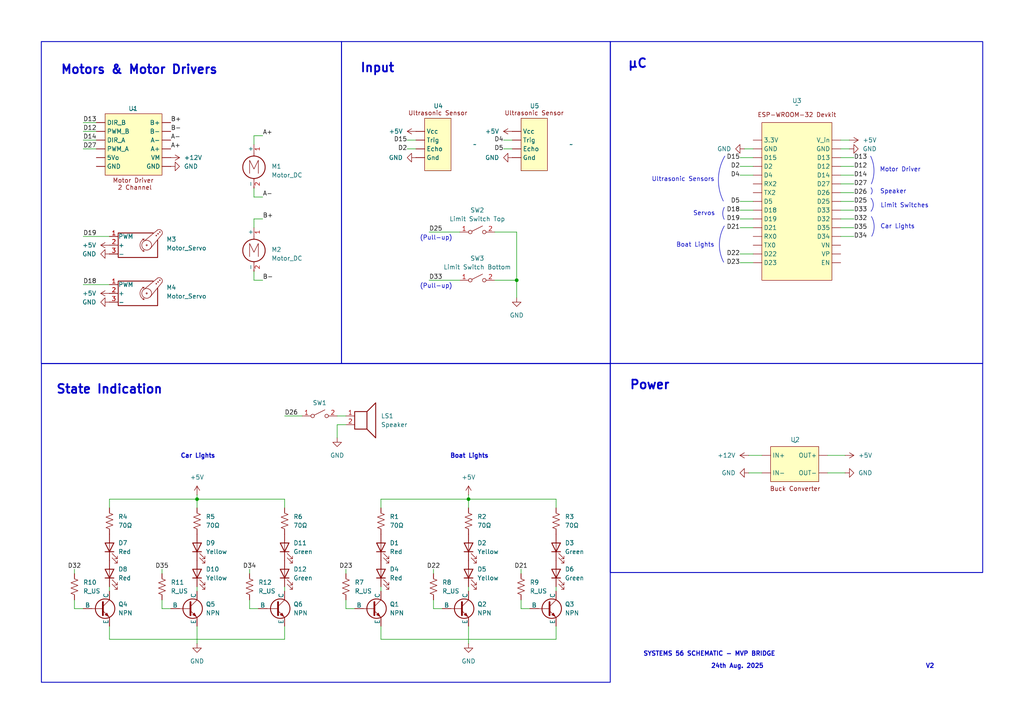
<source format=kicad_sch>
(kicad_sch (version 20250114) (generator "eeschema") (generator_version "9.0")
  (paper "A4")
  (lib_symbols
    (symbol "Custom_KiCadLibrary:BuckConverter"
      (property "Reference" "U" (at -5.334 6.35 0))
      (symbol "BuckConverter_1_1"
        (rectangle (start -6.35 5.08) (end 7.62 -5.08) (fill (type background)))
        (text "Buck Converter" (at 0.762 -7.112 0) (effects (font (size 1.27 1.27))))
        (pin power_in line (at -8.89 2.54 0) (length 2.54) (name "IN+") (number ""))
        (pin power_in line (at -8.89 -2.54 0) (length 2.54) (name "IN-") (number ""))
        (pin power_out line (at 10.16 2.54 180) (length 2.54) (name "OUT+") (number ""))
        (pin power_out line (at 10.16 -2.54 180) (length 2.54) (name "OUT-") (number ""))
      )
    )
    (symbol "Custom_KiCadLibrary:ESP-WROOM-32-Devkit"
      (property "Reference" "U1" (at 0 27.686 0))
      (property "Value" "~" (at 0 27.94 0))
      (symbol "ESP-WROOM-32-Devkit_1_1"
        (rectangle (start -10.16 22.86) (end 10.16 -22.86) (fill (type background)))
        (text "ESP-WROOM-32 Devkit" (at 0 25.146 0) (effects (font (size 1.27 1.27))))
        (pin power_in line (at -12.7 17.78 0) (length 2.54) (name "3.3V") (number ""))
        (pin power_in line (at -12.7 15.24 0) (length 2.54) (name "GND") (number ""))
        (pin output line (at -12.7 12.7 0) (length 2.54) (name "D15") (number ""))
        (pin output line (at -12.7 10.16 0) (length 2.54) (name "D2") (number ""))
        (pin output line (at -12.7 7.62 0) (length 2.54) (name "D4") (number ""))
        (pin input line (at -12.7 5.08 0) (length 2.54) (name "RX2") (number ""))
        (pin output line (at -12.7 2.54 0) (length 2.54) (name "TX2") (number ""))
        (pin output line (at -12.7 0 0) (length 2.54) (name "D5") (number ""))
        (pin output line (at -12.7 -2.54 0) (length 2.54) (name "D18") (number ""))
        (pin output line (at -12.7 -5.08 0) (length 2.54) (name "D19") (number ""))
        (pin output line (at -12.7 -7.62 0) (length 2.54) (name "D21") (number ""))
        (pin input line (at -12.7 -10.16 0) (length 2.54) (name "RX0") (number ""))
        (pin output line (at -12.7 -12.7 0) (length 2.54) (name "TX0") (number ""))
        (pin output line (at -12.7 -15.24 0) (length 2.54) (name "D22") (number ""))
        (pin output line (at -12.7 -17.78 0) (length 2.54) (name "D23") (number ""))
        (pin power_in line (at 12.7 17.78 180) (length 2.54) (name "V_in") (number ""))
        (pin power_in line (at 12.7 15.24 180) (length 2.54) (name "GND") (number ""))
        (pin output line (at 12.7 12.7 180) (length 2.54) (name "D13") (number ""))
        (pin output line (at 12.7 10.16 180) (length 2.54) (name "D12") (number ""))
        (pin output line (at 12.7 7.62 180) (length 2.54) (name "D14") (number ""))
        (pin output line (at 12.7 5.08 180) (length 2.54) (name "D27") (number ""))
        (pin output line (at 12.7 2.54 180) (length 2.54) (name "D26") (number ""))
        (pin output line (at 12.7 0 180) (length 2.54) (name "D25") (number ""))
        (pin output line (at 12.7 -2.54 180) (length 2.54) (name "D33") (number ""))
        (pin output line (at 12.7 -5.08 180) (length 2.54) (name "D32") (number ""))
        (pin output line (at 12.7 -7.62 180) (length 2.54) (name "D35") (number ""))
        (pin output line (at 12.7 -10.16 180) (length 2.54) (name "D34") (number ""))
        (pin input line (at 12.7 -12.7 180) (length 2.54) (name "VN") (number ""))
        (pin input line (at 12.7 -15.24 180) (length 2.54) (name "VP") (number ""))
        (pin input line (at 12.7 -17.78 180) (length 2.54) (name "EN") (number ""))
      )
    )
    (symbol "Custom_KiCadLibrary:Makerverse_Motor_Driver_2_Channel"
      (property "Reference" "U" (at -9.398 11.176 0))
      (symbol "Makerverse_Motor_Driver_2_Channel_1_1"
        (rectangle (start -10.16 10.16) (end 6.35 -7.62) (fill (type background)))
        (text "Motor Driver \n2 Channel" (at -1.524 -10.16 0) (effects (font (size 1.27 1.27))))
        (pin input line (at -12.7 7.62 0) (length 2.54) (name "DIR_B") (number ""))
        (pin input line (at -12.7 5.08 0) (length 2.54) (name "PWM_B") (number ""))
        (pin input line (at -12.7 2.54 0) (length 2.54) (name "DIR_A") (number ""))
        (pin input line (at -12.7 0 0) (length 2.54) (name "PWM_A") (number ""))
        (pin power_out line (at -12.7 -2.54 0) (length 2.54) (name "5Vo") (number ""))
        (pin power_out line (at -12.7 -5.08 0) (length 2.54) (name "GND") (number ""))
        (pin power_out line (at 8.89 7.62 180) (length 2.54) (name "B+") (number ""))
        (pin power_out line (at 8.89 5.08 180) (length 2.54) (name "B-") (number ""))
        (pin power_out line (at 8.89 2.54 180) (length 2.54) (name "A-") (number ""))
        (pin power_out line (at 8.89 0 180) (length 2.54) (name "A+") (number ""))
        (pin power_in line (at 8.89 -2.54 180) (length 2.54) (name "VM") (number ""))
        (pin power_in line (at 8.89 -5.08 180) (length 2.54) (name "GND") (number ""))
      )
    )
    (symbol "Custom_KiCadLibrary:Ultrasonic"
      (property "Reference" "U" (at 0 11.176 0))
      (symbol "Ultrasonic_1_1"
        (rectangle (start 3.81 7.6199) (end -3.81 -7.6199) (fill (type background)))
        (text "Ultrasonic Sensor" (at 0 9.144 0) (effects (font (size 1.27 1.27))))
        (pin power_in line (at -6.35 3.81 0) (length 2.54) (name "Vcc") (number ""))
        (pin input line (at -6.35 1.27 0) (length 2.54) (name "Trig") (number ""))
        (pin output line (at -6.35 -1.27 0) (length 2.54) (name "Echo") (number ""))
        (pin power_in line (at -6.35 -3.81 0) (length 2.54) (name "Gnd") (number ""))
      )
    )
    (symbol "Device:LED" (pin_numbers (hide yes)) (pin_names (offset 1.016) (hide yes))
      (property "Reference" "D" (at 0 2.54 0))
      (property "Value" "LED" (at 0 -2.54 0))
      (symbol "LED_0_1"
        (polyline (pts (xy -3.048 -0.762) (xy -4.572 -2.286) (xy -3.81 -2.286) (xy -4.572 -2.286) (xy -4.572 -1.524)))
        (polyline (pts (xy -1.778 -0.762) (xy -3.302 -2.286) (xy -2.54 -2.286) (xy -3.302 -2.286) (xy -3.302 -1.524)))
        (polyline (pts (xy -1.27 0) (xy 1.27 0)))
        (polyline (pts (xy -1.27 -1.27) (xy -1.27 1.27)) (stroke (width 0.254)))
        (polyline (pts (xy 1.27 -1.27) (xy 1.27 1.27) (xy -1.27 0) (xy 1.27 -1.27)) (stroke (width 0.254)))
      )
      (symbol "LED_1_1"
        (pin passive line (at -3.81 0 0) (length 2.54) (name "K") (number "1"))
        (pin passive line (at 3.81 0 180) (length 2.54) (name "A") (number "2"))
      )
    )
    (symbol "Device:R_US" (pin_numbers (hide yes)) (pin_names (offset 0))
      (property "Reference" "R" (at 2.54 0 90))
      (property "Value" "R_US" (at -2.54 0 90))
      (symbol "R_US_0_1"
        (polyline (pts (xy 0 2.286) (xy 0 2.54)))
        (polyline (pts (xy 0 2.286) (xy 1.016 1.905) (xy 0 1.524) (xy -1.016 1.143) (xy 0 0.762)))
        (polyline (pts (xy 0 0.762) (xy 1.016 0.381) (xy 0 0) (xy -1.016 -0.381) (xy 0 -0.762)))
        (polyline (pts (xy 0 -0.762) (xy 1.016 -1.143) (xy 0 -1.524) (xy -1.016 -1.905) (xy 0 -2.286)))
        (polyline (pts (xy 0 -2.286) (xy 0 -2.54)))
      )
      (symbol "R_US_1_1"
        (pin passive line (at 0 3.81 270) (length 1.27) (name "~") (number "1"))
        (pin passive line (at 0 -3.81 90) (length 1.27) (name "~") (number "2"))
      )
    )
    (symbol "Device:Speaker" (pin_names (offset 0) (hide yes))
      (property "Reference" "LS" (at 1.27 5.715 0))
      (property "Value" "Speaker" (at 1.27 3.81 0))
      (symbol "Speaker_0_0"
        (rectangle (start -2.54 1.27) (end 1.016 -3.81) (stroke (width 0.254)))
        (polyline (pts (xy 1.016 1.27) (xy 3.556 3.81) (xy 3.556 -6.35) (xy 1.016 -3.81)) (stroke (width 0.254)))
      )
      (symbol "Speaker_1_1"
        (pin input line (at -5.08 0 0) (length 2.54) (name "1") (number "1"))
        (pin input line (at -5.08 -2.54 0) (length 2.54) (name "2") (number "2"))
      )
    )
    (symbol "Motor:Motor_DC" (pin_names (offset 0))
      (property "Reference" "M" (at 2.54 2.54 0))
      (property "Value" "Motor_DC" (at 2.54 -5.08 0))
      (symbol "Motor_DC_0_0"
        (polyline (pts (xy -1.27 -3.302) (xy -1.27 0.508) (xy 0 -2.032) (xy 1.27 0.508) (xy 1.27 -3.302)))
      )
      (symbol "Motor_DC_0_1"
        (polyline (pts (xy 0 2.032) (xy 0 2.54)))
        (polyline (pts (xy 0 1.7272) (xy 0 2.0828)))
        (circle (center 0 -1.524) (radius 3.2512) (stroke (width 0.254)))
        (polyline (pts (xy 0 -4.7752) (xy 0 -5.1816)))
        (polyline (pts (xy 0 -7.62) (xy 0 -7.112)))
      )
      (symbol "Motor_DC_1_1"
        (pin passive line (at 0 5.08 270) (length 2.54) (name "+") (number "1"))
        (pin passive line (at 0 -7.62 90) (length 2.54) (name "-") (number "2"))
      )
    )
    (symbol "Motor:Motor_Servo" (pin_names (offset 0.0254))
      (property "Reference" "M" (at -5.08 4.445 0))
      (property "Value" "Motor_Servo" (at -5.08 -4.064 0))
      (symbol "Motor_Servo_0_1"
        (polyline (pts (xy 2.413 1.778) (xy 1.905 1.778)))
        (polyline (pts (xy 2.413 1.778) (xy 2.286 1.397)))
        (polyline (pts (xy 2.413 -1.778) (xy 2.032 -1.778)))
        (polyline (pts (xy 2.413 -1.778) (xy 2.286 -1.397)))
        (arc (start 2.413 -1.778) (mid 1.2406 0) (end 2.413 1.778))
        (circle (center 3.175 0) (radius 0.1778))
        (circle (center 3.175 0) (radius 1.4224))
        (polyline (pts (xy 5.08 3.556) (xy -5.08 3.556) (xy -5.08 -3.556) (xy 6.35 -3.556) (xy 6.35 1.524)) (stroke (width 0.254)))
        (circle (center 5.969 2.794) (radius 0.127))
        (polyline (pts (xy 6.35 4.445) (xy 2.54 1.27)))
        (circle (center 6.477 3.302) (radius 0.127))
        (arc (start 6.35 4.445) (mid 7.4487 4.2737) (end 7.62 3.175))
        (circle (center 6.985 3.81) (radius 0.127))
        (polyline (pts (xy 7.62 3.175) (xy 4.191 -1.016)))
      )
      (symbol "Motor_Servo_1_1"
        (pin passive line (at -7.62 2.54 0) (length 2.54) (name "PWM") (number "1"))
        (pin passive line (at -7.62 0 0) (length 2.54) (name "+") (number "2"))
        (pin passive line (at -7.62 -2.54 0) (length 2.54) (name "-") (number "3"))
      )
    )
    (symbol "Simulation_SPICE:NPN" (pin_numbers (hide yes)) (pin_names (offset 0))
      (property "Reference" "Q" (at -2.54 7.62 0))
      (property "Value" "NPN" (at -2.54 5.08 0))
      (symbol "NPN_0_1"
        (polyline (pts (xy -2.54 0) (xy 0.635 0)) (stroke (width 0.1524)))
        (polyline (pts (xy 0.635 1.905) (xy 0.635 -1.905) (xy 0.635 -1.905)) (stroke (width 0.508)))
        (polyline (pts (xy 0.635 0.635) (xy 2.54 2.54)))
        (polyline (pts (xy 0.635 -0.635) (xy 2.54 -2.54) (xy 2.54 -2.54)))
        (circle (center 1.27 0) (radius 2.8194) (stroke (width 0.254)))
        (polyline (pts (xy 1.27 -1.778) (xy 1.778 -1.27) (xy 2.286 -2.286) (xy 1.27 -1.778) (xy 1.27 -1.778)) (fill (type outline)))
        (polyline (pts (xy 2.794 -1.27) (xy 2.794 -1.27)) (stroke (width 0.1524)))
        (polyline (pts (xy 2.794 -1.27) (xy 2.794 -1.27)) (stroke (width 0.1524)))
      )
      (symbol "NPN_1_1"
        (pin input line (at -5.08 0 0) (length 2.54) (name "B") (number "2"))
        (pin open_collector line (at 2.54 5.08 270) (length 2.54) (name "C") (number "1"))
        (pin open_emitter line (at 2.54 -5.08 90) (length 2.54) (name "E") (number "3"))
      )
    )
    (symbol "Switch:SW_SPST" (pin_names (offset 0) (hide yes))
      (property "Reference" "SW" (at 0 3.175 0))
      (property "Value" "SW_SPST" (at 0 -2.54 0))
      (symbol "SW_SPST_0_0"
        (circle (center -2.032 0) (radius 0.508))
        (polyline (pts (xy -1.524 0.254) (xy 1.524 1.778)))
        (circle (center 2.032 0) (radius 0.508))
      )
      (symbol "SW_SPST_1_1"
        (pin passive line (at -5.08 0 0) (length 2.54) (name "A") (number "1"))
        (pin passive line (at 5.08 0 180) (length 2.54) (name "B") (number "2"))
      )
    )
    (symbol "Ultrasonic_1"
      (property "Reference" "U" (at 0 11.176 0))
      (symbol "Ultrasonic_1_1_1"
        (rectangle (start 3.81 7.6199) (end -3.81 -7.6199) (fill (type background)))
        (text "Ultrasonic Sensor" (at 0 9.144 0) (effects (font (size 1.27 1.27))))
        (pin power_in line (at -6.35 3.81 0) (length 2.54) (name "Vcc") (number ""))
        (pin input line (at -6.35 1.27 0) (length 2.54) (name "Trig") (number ""))
        (pin output line (at -6.35 -1.27 0) (length 2.54) (name "Echo") (number ""))
        (pin power_in line (at -6.35 -3.81 0) (length 2.54) (name "Gnd") (number ""))
      )
    )
    (symbol "power:+12V" (power) (pin_numbers (hide yes)) (pin_names (offset 0) (hide yes))
      (property "Value" "+12V" (at 0 3.556 0))
      (symbol "+12V_0_1"
        (polyline (pts (xy -0.762 1.27) (xy 0 2.54)))
        (polyline (pts (xy 0 2.54) (xy 0.762 1.27)))
        (polyline (pts (xy 0 0) (xy 0 2.54)))
      )
      (symbol "+12V_1_1"
        (pin power_in line (at 0 0 90) (length 0) (name "~") (number "1"))
      )
    )
    (symbol "power:+5V" (power) (pin_numbers (hide yes)) (pin_names (offset 0) (hide yes))
      (property "Value" "+5V" (at 0 3.556 0))
      (symbol "+5V_0_1"
        (polyline (pts (xy -0.762 1.27) (xy 0 2.54)))
        (polyline (pts (xy 0 2.54) (xy 0.762 1.27)))
        (polyline (pts (xy 0 0) (xy 0 2.54)))
      )
      (symbol "+5V_1_1"
        (pin power_in line (at 0 0 90) (length 0) (name "~") (number "1"))
      )
    )
    (symbol "power:GND" (power) (pin_numbers (hide yes)) (pin_names (offset 0) (hide yes))
      (property "Value" "GND" (at 0 -3.81 0))
      (symbol "GND_0_1"
        (polyline (pts (xy 0 0) (xy 0 -1.27) (xy 1.27 -1.27) (xy 0 -2.54) (xy -1.27 -1.27) (xy 0 -1.27)))
      )
      (symbol "GND_1_1"
        (pin power_in line (at 0 0 270) (length 0) (name "~") (number "1"))
      )
    )
  )
  (arc (start 252.5169 45.2938) (mid 253.4914 49.2939) (end 252.73 53.34))
  (arc (start 252.7421 62.7838) (mid 253.5375 65.635) (end 252.8482 68.5137))
  (arc (start 252.6313 54.4537) (mid 252.9772 55.3704) (end 252.6593 56.2972))
  (rectangle (start 99.06 12.0627) (end 177.0184 105.3984) (stroke (width 0.254)))
  (arc (start 252.6338 57.4897) (mid 253.2819 59.3878) (end 252.6338 61.2858))
  (arc (start 209.8899 76.0512) (mid 208.656 70.7764) (end 210.0752 65.5483))
  (rectangle (start 177.0224 12.0657) (end 285.0312 105.4014) (stroke (width 0.254)))
  (rectangle (start 12.0074 105.4677) (end 177.0028 197.8863) (stroke (width 0.254)))
  (rectangle (start 11.9853 12.0688) (end 99.0599 105.41) (stroke (width 0.254)))
  (arc (start 210.0454 63.6097) (mid 209.6319 61.8724) (end 210.0702 60.1412))
  (arc (start 209.7923 58.3137) (mid 208.3794 51.7372) (end 210.2258 45.2691))
  (rectangle (start 177.0118 105.4099) (end 285.0206 166.0526) (stroke (width 0.254)))
  (text "Motor Driver" (at 261.112 49.276 0) (effects (font (size 1.27 1.27))))
  (text "Servos" (at 204.216 61.976 0) (effects (font (size 1.27 1.27))))
  (text "SYSTEMS 56 SCHEMATIC - MVP BRIDGE" (at 205.74 189.738 0) (effects (font (size 1.27 1.27) (thickness 0.254) (bold yes))))
  (text "Ultrasonic Sensors" (at 198.12 52.07 0) (effects (font (size 1.27 1.27))))
  (text "Limit Switches" (at 262.382 59.69 0) (effects (font (size 1.27 1.27))))
  (text "(Pull-up)" (at 126.492 69.088 0) (effects (font (size 1.27 1.27) (thickness 0.1588))))
  (text "Boat Lights" (at 136.144 132.334 0) (effects (font (size 1.27 1.27) (thickness 0.254) (bold yes))))
  (text "μC" (at 184.912 18.542 0) (effects (font (size 2.54 2.54) (thickness 0.508) (bold yes))))
  (text "V2" (at 269.748 193.294 0) (effects (font (size 1.27 1.27) (thickness 0.254) (bold yes))))
  (text "Input" (at 109.474 19.812 0) (effects (font (size 2.54 2.54) (thickness 0.508) (bold yes))))
  (text "Power" (at 188.468 111.76 0) (effects (font (size 2.54 2.54) (thickness 0.508) (bold yes))))
  (text "Car Lights" (at 260.35 65.786 0) (effects (font (size 1.27 1.27))))
  (text "State Indication" (at 31.75 113.03 0) (effects (font (size 2.54 2.54) (thickness 0.508) (bold yes))))
  (text "Motors & Motor Drivers" (at 40.386 20.32 0) (effects (font (size 2.54 2.54) (thickness 0.508) (bold yes))))
  (text "Boat Lights" (at 201.676 71.12 0) (effects (font (size 1.27 1.27))))
  (text "Speaker" (at 259.08 55.626 0) (effects (font (size 1.27 1.27))))
  (text "(Pull-up)" (at 126.492 83.058 0) (effects (font (size 1.27 1.27) (thickness 0.1588))))
  (text "24th Aug. 2025" (at 213.868 193.294 0) (effects (font (size 1.27 1.27) (thickness 0.254) (bold yes))))
  (text "Car Lights" (at 57.404 132.334 0) (effects (font (size 1.27 1.27) (thickness 0.254) (bold yes))))
  (junction (at 135.89 144.78))
  (junction (at 149.86 81.28))
  (junction (at 57.15 144.78))
  (wire (pts (xy 82.55 170.18) (xy 82.55 171.45)))
  (wire (pts (xy 97.79 123.19) (xy 97.79 127)))
  (wire (pts (xy 46.99 173.99) (xy 46.99 176.53)))
  (wire (pts (xy 73.66 63.5) (xy 73.66 66.04)))
  (wire (pts (xy 100.33 176.53) (xy 102.87 176.53)))
  (wire (pts (xy 151.13 176.53) (xy 153.67 176.53)))
  (wire (pts (xy 240.03 137.16) (xy 245.11 137.16)))
  (wire (pts (xy 46.99 176.53) (xy 49.53 176.53)))
  (wire (pts (xy 243.84 55.88) (xy 247.65 55.88)))
  (wire (pts (xy 76.2 57.15) (xy 73.66 57.15)))
  (wire (pts (xy 243.84 66.04) (xy 247.65 66.04)))
  (wire (pts (xy 135.89 170.18) (xy 135.89 171.45)))
  (wire (pts (xy 110.49 147.32) (xy 110.49 144.78)))
  (wire (pts (xy 151.13 173.99) (xy 151.13 176.53)))
  (wire (pts (xy 243.84 48.26) (xy 247.65 48.26)))
  (wire (pts (xy 110.49 181.61) (xy 110.49 185.42)))
  (wire (pts (xy 214.63 50.8) (xy 218.44 50.8)))
  (wire (pts (xy 57.15 170.18) (xy 57.15 171.45)))
  (wire (pts (xy 57.15 144.78) (xy 57.15 147.32)))
  (wire (pts (xy 118.11 43.18) (xy 120.65 43.18)))
  (wire (pts (xy 161.29 170.18) (xy 161.29 171.45)))
  (wire (pts (xy 161.29 147.32) (xy 161.29 144.78)))
  (wire (pts (xy 146.05 43.18) (xy 148.59 43.18)))
  (wire (pts (xy 100.33 173.99) (xy 100.33 176.53)))
  (wire (pts (xy 214.63 48.26) (xy 218.44 48.26)))
  (wire (pts (xy 21.59 176.53) (xy 24.13 176.53)))
  (wire (pts (xy 217.17 137.16) (xy 220.98 137.16)))
  (wire (pts (xy 243.84 45.72) (xy 247.65 45.72)))
  (wire (pts (xy 214.63 60.96) (xy 218.44 60.96)))
  (wire (pts (xy 243.84 68.58) (xy 247.65 68.58)))
  (wire (pts (xy 243.84 60.96) (xy 247.65 60.96)))
  (wire (pts (xy 146.05 40.64) (xy 148.59 40.64)))
  (wire (pts (xy 214.63 58.42) (xy 218.44 58.42)))
  (wire (pts (xy 118.11 40.64) (xy 120.65 40.64)))
  (wire (pts (xy 124.46 81.28) (xy 133.35 81.28)))
  (wire (pts (xy 82.55 144.78) (xy 57.15 144.78)))
  (wire (pts (xy 149.86 86.36) (xy 149.86 81.28)))
  (wire (pts (xy 214.63 66.04) (xy 218.44 66.04)))
  (wire (pts (xy 73.66 57.15) (xy 73.66 54.61)))
  (wire (pts (xy 82.55 120.65) (xy 87.63 120.65)))
  (wire (pts (xy 72.39 176.53) (xy 74.93 176.53)))
  (wire (pts (xy 31.75 181.61) (xy 31.75 185.42)))
  (wire (pts (xy 161.29 185.42) (xy 161.29 181.61)))
  (wire (pts (xy 135.89 143.51) (xy 135.89 144.78)))
  (wire (pts (xy 243.84 63.5) (xy 247.65 63.5)))
  (wire (pts (xy 215.9 43.18) (xy 218.44 43.18)))
  (wire (pts (xy 243.84 50.8) (xy 247.65 50.8)))
  (wire (pts (xy 97.79 120.65) (xy 100.33 120.65)))
  (wire (pts (xy 151.13 165.1) (xy 151.13 166.37)))
  (wire (pts (xy 46.99 165.1) (xy 46.99 166.37)))
  (wire (pts (xy 24.13 35.56) (xy 27.94 35.56)))
  (wire (pts (xy 214.63 76.2) (xy 218.44 76.2)))
  (wire (pts (xy 21.59 165.1) (xy 21.59 166.37)))
  (wire (pts (xy 100.33 123.19) (xy 97.79 123.19)))
  (wire (pts (xy 125.73 165.1) (xy 125.73 166.37)))
  (wire (pts (xy 135.89 144.78) (xy 135.89 147.32)))
  (wire (pts (xy 240.03 132.08) (xy 245.11 132.08)))
  (wire (pts (xy 76.2 63.5) (xy 73.66 63.5)))
  (wire (pts (xy 24.13 40.64) (xy 27.94 40.64)))
  (wire (pts (xy 214.63 63.5) (xy 218.44 63.5)))
  (wire (pts (xy 143.51 81.28) (xy 149.86 81.28)))
  (wire (pts (xy 24.13 82.55) (xy 31.75 82.55)))
  (wire (pts (xy 100.33 165.1) (xy 100.33 166.37)))
  (wire (pts (xy 73.66 81.28) (xy 73.66 78.74)))
  (wire (pts (xy 31.75 185.42) (xy 82.55 185.42)))
  (wire (pts (xy 243.84 58.42) (xy 247.65 58.42)))
  (wire (pts (xy 125.73 173.99) (xy 125.73 176.53)))
  (wire (pts (xy 24.13 68.58) (xy 31.75 68.58)))
  (wire (pts (xy 24.13 43.18) (xy 27.94 43.18)))
  (wire (pts (xy 76.2 39.37) (xy 73.66 39.37)))
  (wire (pts (xy 82.55 185.42) (xy 82.55 181.61)))
  (wire (pts (xy 57.15 143.51) (xy 57.15 144.78)))
  (wire (pts (xy 135.89 181.61) (xy 135.89 186.69)))
  (wire (pts (xy 76.2 81.28) (xy 73.66 81.28)))
  (wire (pts (xy 31.75 144.78) (xy 57.15 144.78)))
  (wire (pts (xy 243.84 53.34) (xy 247.65 53.34)))
  (wire (pts (xy 217.17 132.08) (xy 220.98 132.08)))
  (wire (pts (xy 73.66 39.37) (xy 73.66 41.91)))
  (wire (pts (xy 72.39 165.1) (xy 72.39 166.37)))
  (wire (pts (xy 214.63 73.66) (xy 218.44 73.66)))
  (wire (pts (xy 214.63 45.72) (xy 218.44 45.72)))
  (wire (pts (xy 243.84 40.64) (xy 246.38 40.64)))
  (wire (pts (xy 82.55 147.32) (xy 82.55 144.78)))
  (wire (pts (xy 243.84 43.18) (xy 246.38 43.18)))
  (wire (pts (xy 21.59 173.99) (xy 21.59 176.53)))
  (wire (pts (xy 110.49 185.42) (xy 161.29 185.42)))
  (wire (pts (xy 161.29 144.78) (xy 135.89 144.78)))
  (wire (pts (xy 110.49 170.18) (xy 110.49 171.45)))
  (wire (pts (xy 24.13 38.1) (xy 27.94 38.1)))
  (wire (pts (xy 149.86 67.31) (xy 143.51 67.31)))
  (wire (pts (xy 125.73 176.53) (xy 128.27 176.53)))
  (wire (pts (xy 110.49 144.78) (xy 135.89 144.78)))
  (wire (pts (xy 57.15 181.61) (xy 57.15 186.69)))
  (wire (pts (xy 72.39 173.99) (xy 72.39 176.53)))
  (wire (pts (xy 149.86 81.28) (xy 149.86 67.31)))
  (wire (pts (xy 124.46 67.31) (xy 133.35 67.31)))
  (wire (pts (xy 31.75 170.18) (xy 31.75 171.45)))
  (wire (pts (xy 31.75 147.32) (xy 31.75 144.78)))
  (label "D26" (at 82.55 120.65 0))
  (label "D26" (at 247.65 55.88 0))
  (label "D27" (at 247.65 53.34 0))
  (label "D5" (at 146.05 43.18 180))
  (label "D35" (at 247.65 66.04 0))
  (label "D12" (at 24.13 38.1 0))
  (label "D23" (at 100.33 165.1 0))
  (label "D13" (at 247.65 45.72 0))
  (label "D18" (at 214.63 60.96 180))
  (label "A-" (at 49.53 40.64 0))
  (label "D35" (at 46.99 165.1 0))
  (label "A-" (at 76.2 57.15 0))
  (label "D27" (at 24.13 43.18 0))
  (label "B+" (at 76.2 63.5 0))
  (label "B+" (at 49.53 35.56 0))
  (label "D33" (at 247.65 60.96 0))
  (label "D19" (at 214.63 63.5 180))
  (label "D22" (at 214.63 73.66 180))
  (label "D32" (at 21.59 165.1 0))
  (label "D4" (at 214.63 50.8 180))
  (label "B-" (at 76.2 81.28 0))
  (label "D12" (at 247.65 48.26 0))
  (label "D2" (at 118.11 43.18 180))
  (label "D33" (at 124.46 81.28 0))
  (label "D21" (at 214.63 66.04 180))
  (label "D23" (at 214.63 76.2 180))
  (label "D34" (at 72.39 165.1 0))
  (label "A+" (at 76.2 39.37 0))
  (label "D18" (at 24.13 82.55 0))
  (label "D13" (at 24.13 35.56 0))
  (label "D34" (at 247.65 68.58 0))
  (label "D4" (at 146.05 40.64 180))
  (label "D14" (at 24.13 40.64 0))
  (label "D32" (at 247.65 63.5 0))
  (label "D15" (at 214.63 45.72 180))
  (label "D14" (at 247.65 50.8 0))
  (label "D19" (at 24.13 68.58 0))
  (label "D2" (at 214.63 48.26 180))
  (label "D15" (at 118.11 40.64 180))
  (label "D25" (at 124.46 67.31 0))
  (label "D25" (at 247.65 58.42 0))
  (label "D22" (at 125.73 165.1 0))
  (label "B-" (at 49.53 38.1 0))
  (label "D5" (at 214.63 58.42 180))
  (label "D21" (at 151.13 165.1 0))
  (label "A+" (at 49.53 43.18 0))
  (symbol (lib_id "Motor:Motor_Servo") (at 39.37 71.12 0) (unit 1)
    (property "Reference" "M3" (at 48.26 69.4168 0) (effects (justify left)))
    (property "Value" "Motor_Servo" (at 48.26 71.9568 0) (effects (justify left)))
    (property "Datasheet" "http://forums.parallax.com/uploads/attachments/46831/74481.png" (effects (hide yes)))
    (property "Description" "Servo Motor (Futaba, HiTec, JR connector)" (effects (hide yes)))
  )
  (symbol (lib_id "power:GND") (at 31.75 73.66 270) (unit 1)
    (property "Reference" "#PWR020" (effects (hide yes)))
    (property "Value" "GND" (at 27.94 73.6599 90) (effects (justify right)))
    (property "Description" "Power symbol creates a global label with name \"GND\" , ground" (effects (hide yes)))
  )
  (symbol (lib_id "Custom_KiCadLibrary:Ultrasonic") (at 127 41.91 0) (unit 1)
    (property "Reference" "U4" (at 125.73 30.734 0) (effects (justify left)))
    (property "Value" "~" (at 137.16 41.9071 0) (effects (justify left)))
  )
  (symbol (lib_id "Device:LED") (at 82.55 158.75 90) (unit 1)
    (property "Reference" "D11" (at 85.09 157.48 90) (effects (justify right)))
    (property "Value" "Green" (at 85.09 160.02 90) (effects (justify right)))
    (property "Description" "Light emitting diode" (effects (hide yes)))
    (property "Sim.Pins" "1=K 2=A" (effects (hide yes)))
  )
  (symbol (lib_id "Simulation_SPICE:NPN") (at 54.61 176.53 0) (unit 1)
    (property "Reference" "Q5" (at 59.69 175.2599 0) (effects (justify left)))
    (property "Value" "NPN" (at 59.69 177.7999 0) (effects (justify left)))
    (property "Datasheet" "https://ngspice.sourceforge.io/docs/ngspice-html-manual/manual.xhtml#cha_BJTs" (effects (hide yes)))
    (property "Description" "Bipolar transistor symbol for simulation only, substrate tied to the emitter" (effects (hide yes)))
    (property "Sim.Device" "NPN" (effects (hide yes)))
    (property "Sim.Type" "GUMMELPOON" (effects (hide yes)))
    (property "Sim.Pins" "1=C 2=B 3=E" (effects (hide yes)))
  )
  (symbol (lib_id "power:+12V") (at 49.53 45.72 270) (unit 1)
    (property "Reference" "#PWR08" (effects (hide yes)))
    (property "Value" "+12V" (at 53.34 45.7199 90) (effects (justify left)))
    (property "Description" "Power symbol creates a global label with name \"+12V\"" (effects (hide yes)))
  )
  (symbol (lib_id "Custom_KiCadLibrary:Makerverse_Motor_Driver_2_Channel") (at 40.64 43.18 0) (unit 1)
    (property "Reference" "U1" (at 38.608 31.496 0))
    (property "Value" "~" (at 38.735 31.75 0))
  )
  (symbol (lib_id "power:GND") (at 245.11 137.16 90) (unit 1)
    (property "Reference" "#PWR03" (effects (hide yes)))
    (property "Value" "GND" (at 248.92 137.1599 90) (effects (justify right)))
    (property "Description" "Power symbol creates a global label with name \"GND\" , ground" (effects (hide yes)))
  )
  (symbol (lib_id "Device:Speaker") (at 105.41 120.65 0) (unit 1)
    (property "Reference" "LS1" (at 110.49 120.6499 0) (effects (justify left)))
    (property "Value" "Speaker" (at 110.49 123.1899 0) (effects (justify left)))
    (property "Description" "Speaker" (effects (hide yes)))
  )
  (symbol (lib_id "power:+5V") (at 148.59 38.1 90) (unit 1)
    (property "Reference" "#PWR013" (effects (hide yes)))
    (property "Value" "+5V" (at 144.78 38.0999 90) (effects (justify left)))
    (property "Description" "Power symbol creates a global label with name \"+5V\"" (effects (hide yes)))
  )
  (symbol (lib_id "Device:R_US") (at 31.75 151.13 0) (unit 1)
    (property "Reference" "R4" (at 34.29 149.8599 0) (effects (justify left)))
    (property "Value" "70Ω" (at 34.29 152.3999 0) (effects (justify left)))
    (property "Description" "Resistor, US symbol" (effects (hide yes)))
  )
  (symbol (lib_id "power:GND") (at 135.89 186.69 0) (unit 1)
    (property "Reference" "#PWR017" (effects (hide yes)))
    (property "Value" "GND" (at 135.89 191.77 0))
    (property "Description" "Power symbol creates a global label with name \"GND\" , ground" (effects (hide yes)))
  )
  (symbol (lib_id "Switch:SW_SPST") (at 138.43 81.28 0) (unit 1)
    (property "Reference" "SW3" (at 138.43 74.93 0))
    (property "Value" "Limit Switch Bottom" (at 138.43 77.47 0))
    (property "Description" "Single Pole Single Throw (SPST) switch" (effects (hide yes)))
  )
  (symbol (lib_id "power:GND") (at 149.86 86.36 0) (unit 1)
    (property "Reference" "#PWR011" (effects (hide yes)))
    (property "Value" "GND" (at 149.86 91.44 0))
    (property "Description" "Power symbol creates a global label with name \"GND\" , ground" (effects (hide yes)))
  )
  (symbol (lib_id "Device:R_US") (at 161.29 151.13 0) (unit 1)
    (property "Reference" "R3" (at 163.83 149.8599 0) (effects (justify left)))
    (property "Value" "70Ω" (at 163.83 152.3999 0) (effects (justify left)))
    (property "Description" "Resistor, US symbol" (effects (hide yes)))
  )
  (symbol (lib_id "Simulation_SPICE:NPN") (at 158.75 176.53 0) (unit 1)
    (property "Reference" "Q3" (at 163.83 175.2599 0) (effects (justify left)))
    (property "Value" "NPN" (at 163.83 177.7999 0) (effects (justify left)))
    (property "Datasheet" "https://ngspice.sourceforge.io/docs/ngspice-html-manual/manual.xhtml#cha_BJTs" (effects (hide yes)))
    (property "Description" "Bipolar transistor symbol for simulation only, substrate tied to the emitter" (effects (hide yes)))
    (property "Sim.Device" "NPN" (effects (hide yes)))
    (property "Sim.Type" "GUMMELPOON" (effects (hide yes)))
    (property "Sim.Pins" "1=C 2=B 3=E" (effects (hide yes)))
  )
  (symbol (lib_id "Custom_KiCadLibrary:BuckConverter") (at 229.87 134.62 0) (unit 1)
    (property "Reference" "U2" (at 230.632 127.508 0))
    (property "Value" "~" (at 230.632 128.27 0))
  )
  (symbol (lib_id "Device:LED") (at 57.15 166.37 90) (unit 1)
    (property "Reference" "D10" (at 59.69 165.1 90) (effects (justify right)))
    (property "Value" "Yellow" (at 59.69 167.64 90) (effects (justify right)))
    (property "Description" "Light emitting diode" (effects (hide yes)))
    (property "Sim.Pins" "1=K 2=A" (effects (hide yes)))
  )
  (symbol (lib_id "Device:LED") (at 31.75 158.75 90) (unit 1)
    (property "Reference" "D7" (at 34.29 157.48 90) (effects (justify right)))
    (property "Value" "Red" (at 34.29 160.02 90) (effects (justify right)))
    (property "Description" "Light emitting diode" (effects (hide yes)))
    (property "Sim.Pins" "1=K 2=A" (effects (hide yes)))
  )
  (symbol (lib_id "Device:LED") (at 110.49 158.75 90) (unit 1)
    (property "Reference" "D1" (at 113.03 157.48 90) (effects (justify right)))
    (property "Value" "Red" (at 113.03 160.02 90) (effects (justify right)))
    (property "Description" "Light emitting diode" (effects (hide yes)))
    (property "Sim.Pins" "1=K 2=A" (effects (hide yes)))
  )
  (symbol (lib_id "Device:R_US") (at 72.39 170.18 0) (unit 1)
    (property "Reference" "R12" (at 74.93 168.9099 0) (effects (justify left)))
    (property "Value" "R_US" (at 74.93 171.4499 0) (effects (justify left)))
    (property "Description" "Resistor, US symbol" (effects (hide yes)))
  )
  (symbol (lib_id "Simulation_SPICE:NPN") (at 107.95 176.53 0) (unit 1)
    (property "Reference" "Q1" (at 113.03 175.2599 0) (effects (justify left)))
    (property "Value" "NPN" (at 113.03 177.7999 0) (effects (justify left)))
    (property "Datasheet" "https://ngspice.sourceforge.io/docs/ngspice-html-manual/manual.xhtml#cha_BJTs" (effects (hide yes)))
    (property "Description" "Bipolar transistor symbol for simulation only, substrate tied to the emitter" (effects (hide yes)))
    (property "Sim.Device" "NPN" (effects (hide yes)))
    (property "Sim.Type" "GUMMELPOON" (effects (hide yes)))
    (property "Sim.Pins" "1=C 2=B 3=E" (effects (hide yes)))
  )
  (symbol (lib_name "Ultrasonic_1") (lib_id "Custom_KiCadLibrary:Ultrasonic") (at 154.94 41.91 0) (unit 1)
    (property "Reference" "U5" (at 153.67 30.734 0) (effects (justify left)))
    (property "Value" "~" (at 165.1 41.9071 0) (effects (justify left)))
  )
  (symbol (lib_id "Device:LED") (at 135.89 166.37 90) (unit 1)
    (property "Reference" "D5" (at 138.43 165.1 90) (effects (justify right)))
    (property "Value" "Yellow" (at 138.43 167.64 90) (effects (justify right)))
    (property "Description" "Light emitting diode" (effects (hide yes)))
    (property "Sim.Pins" "1=K 2=A" (effects (hide yes)))
  )
  (symbol (lib_id "Device:LED") (at 31.75 166.37 90) (unit 1)
    (property "Reference" "D8" (at 34.29 165.1 90) (effects (justify right)))
    (property "Value" "Red" (at 34.29 167.64 90) (effects (justify right)))
    (property "Description" "Light emitting diode" (effects (hide yes)))
    (property "Sim.Pins" "1=K 2=A" (effects (hide yes)))
  )
  (symbol (lib_id "power:+12V") (at 217.17 132.08 90) (unit 1)
    (property "Reference" "#PWR01" (effects (hide yes)))
    (property "Value" "+12V" (at 213.36 132.0799 90) (effects (justify left)))
    (property "Description" "Power symbol creates a global label with name \"+12V\"" (effects (hide yes)))
  )
  (symbol (lib_id "Device:R_US") (at 135.89 151.13 0) (unit 1)
    (property "Reference" "R2" (at 138.43 149.8599 0) (effects (justify left)))
    (property "Value" "70Ω" (at 138.43 152.3999 0) (effects (justify left)))
    (property "Description" "Resistor, US symbol" (effects (hide yes)))
  )
  (symbol (lib_id "Device:R_US") (at 46.99 170.18 0) (unit 1)
    (property "Reference" "R11" (at 49.53 168.9099 0) (effects (justify left)))
    (property "Value" "R_US" (at 49.53 171.4499 0) (effects (justify left)))
    (property "Description" "Resistor, US symbol" (effects (hide yes)))
  )
  (symbol (lib_id "power:+5V") (at 31.75 85.09 90) (unit 1)
    (property "Reference" "#PWR019" (effects (hide yes)))
    (property "Value" "+5V" (at 27.94 85.0899 90) (effects (justify left)))
    (property "Description" "Power symbol creates a global label with name \"+5V\"" (effects (hide yes)))
  )
  (symbol (lib_id "Switch:SW_SPST") (at 92.71 120.65 0) (unit 1)
    (property "Reference" "SW1" (at 92.71 116.84 0))
    (property "Value" "SW_SPST" (effects (hide yes)))
    (property "Description" "Single Pole Single Throw (SPST) switch" (effects (hide yes)))
  )
  (symbol (lib_id "Device:R_US") (at 21.59 170.18 0) (unit 1)
    (property "Reference" "R10" (at 24.13 168.9099 0) (effects (justify left)))
    (property "Value" "R_US" (at 24.13 171.4499 0) (effects (justify left)))
    (property "Description" "Resistor, US symbol" (effects (hide yes)))
  )
  (symbol (lib_id "power:+5V") (at 31.75 71.12 90) (unit 1)
    (property "Reference" "#PWR018" (effects (hide yes)))
    (property "Value" "+5V" (at 27.94 71.1199 90) (effects (justify left)))
    (property "Description" "Power symbol creates a global label with name \"+5V\"" (effects (hide yes)))
  )
  (symbol (lib_id "Device:LED") (at 135.89 158.75 90) (unit 1)
    (property "Reference" "D2" (at 138.43 157.48 90) (effects (justify right)))
    (property "Value" "Yellow" (at 138.43 160.02 90) (effects (justify right)))
    (property "Description" "Light emitting diode" (effects (hide yes)))
    (property "Sim.Pins" "1=K 2=A" (effects (hide yes)))
  )
  (symbol (lib_id "Device:LED") (at 161.29 158.75 90) (unit 1)
    (property "Reference" "D3" (at 163.83 157.48 90) (effects (justify right)))
    (property "Value" "Green" (at 163.83 160.02 90) (effects (justify right)))
    (property "Description" "Light emitting diode" (effects (hide yes)))
    (property "Sim.Pins" "1=K 2=A" (effects (hide yes)))
  )
  (symbol (lib_id "Simulation_SPICE:NPN") (at 133.35 176.53 0) (unit 1)
    (property "Reference" "Q2" (at 138.43 175.2599 0) (effects (justify left)))
    (property "Value" "NPN" (at 138.43 177.7999 0) (effects (justify left)))
    (property "Datasheet" "https://ngspice.sourceforge.io/docs/ngspice-html-manual/manual.xhtml#cha_BJTs" (effects (hide yes)))
    (property "Description" "Bipolar transistor symbol for simulation only, substrate tied to the emitter" (effects (hide yes)))
    (property "Sim.Device" "NPN" (effects (hide yes)))
    (property "Sim.Type" "GUMMELPOON" (effects (hide yes)))
    (property "Sim.Pins" "1=C 2=B 3=E" (effects (hide yes)))
  )
  (symbol (lib_id "Device:R_US") (at 57.15 151.13 0) (unit 1)
    (property "Reference" "R5" (at 59.69 149.8599 0) (effects (justify left)))
    (property "Value" "70Ω" (at 59.69 152.3999 0) (effects (justify left)))
    (property "Description" "Resistor, US symbol" (effects (hide yes)))
  )
  (symbol (lib_id "power:+5V") (at 135.89 143.51 0) (unit 1)
    (property "Reference" "#PWR016" (effects (hide yes)))
    (property "Value" "+5V" (at 135.89 138.43 0))
    (property "Description" "Power symbol creates a global label with name \"+5V\"" (effects (hide yes)))
  )
  (symbol (lib_id "Device:LED") (at 110.49 166.37 90) (unit 1)
    (property "Reference" "D4" (at 113.03 165.1 90) (effects (justify right)))
    (property "Value" "Red" (at 113.03 167.64 90) (effects (justify right)))
    (property "Description" "Light emitting diode" (effects (hide yes)))
    (property "Sim.Pins" "1=K 2=A" (effects (hide yes)))
  )
  (symbol (lib_id "power:+5V") (at 57.15 143.51 0) (unit 1)
    (property "Reference" "#PWR022" (effects (hide yes)))
    (property "Value" "+5V" (at 57.15 138.43 0))
    (property "Description" "Power symbol creates a global label with name \"+5V\"" (effects (hide yes)))
  )
  (symbol (lib_id "power:GND") (at 215.9 43.18 270) (unit 1)
    (property "Reference" "#PWR07" (effects (hide yes)))
    (property "Value" "GND" (at 212.09 43.1799 90) (effects (justify right)))
    (property "Description" "Power symbol creates a global label with name \"GND\" , ground" (effects (hide yes)))
  )
  (symbol (lib_id "Device:R_US") (at 82.55 151.13 0) (unit 1)
    (property "Reference" "R6" (at 85.09 149.8599 0) (effects (justify left)))
    (property "Value" "70Ω" (at 85.09 152.3999 0) (effects (justify left)))
    (property "Description" "Resistor, US symbol" (effects (hide yes)))
  )
  (symbol (lib_id "Device:LED") (at 161.29 166.37 90) (unit 1)
    (property "Reference" "D6" (at 163.83 165.1 90) (effects (justify right)))
    (property "Value" "Green" (at 163.83 167.64 90) (effects (justify right)))
    (property "Description" "Light emitting diode" (effects (hide yes)))
    (property "Sim.Pins" "1=K 2=A" (effects (hide yes)))
  )
  (symbol (lib_id "power:GND") (at 246.38 43.18 90) (unit 1)
    (property "Reference" "#PWR06" (effects (hide yes)))
    (property "Value" "GND" (at 250.19 43.1799 90) (effects (justify right)))
    (property "Description" "Power symbol creates a global label with name \"GND\" , ground" (effects (hide yes)))
  )
  (symbol (lib_id "power:GND") (at 120.65 45.72 270) (unit 1)
    (property "Reference" "#PWR014" (effects (hide yes)))
    (property "Value" "GND" (at 116.84 45.7199 90) (effects (justify right)))
    (property "Description" "Power symbol creates a global label with name \"GND\" , ground" (effects (hide yes)))
  )
  (symbol (lib_id "Switch:SW_SPST") (at 138.43 67.31 0) (unit 1)
    (property "Reference" "SW2" (at 138.43 60.96 0))
    (property "Value" "Limit Switch Top" (at 138.43 63.5 0))
    (property "Description" "Single Pole Single Throw (SPST) switch" (effects (hide yes)))
  )
  (symbol (lib_id "power:+5V") (at 246.38 40.64 270) (unit 1)
    (property "Reference" "#PWR05" (effects (hide yes)))
    (property "Value" "+5V" (at 250.19 40.6399 90) (effects (justify left)))
    (property "Description" "Power symbol creates a global label with name \"+5V\"" (effects (hide yes)))
  )
  (symbol (lib_id "Device:LED") (at 82.55 166.37 90) (unit 1)
    (property "Reference" "D12" (at 85.09 165.1 90) (effects (justify right)))
    (property "Value" "Green" (at 85.09 167.64 90) (effects (justify right)))
    (property "Description" "Light emitting diode" (effects (hide yes)))
    (property "Sim.Pins" "1=K 2=A" (effects (hide yes)))
  )
  (symbol (lib_id "power:GND") (at 148.59 45.72 270) (unit 1)
    (property "Reference" "#PWR015" (effects (hide yes)))
    (property "Value" "GND" (at 144.78 45.7199 90) (effects (justify right)))
    (property "Description" "Power symbol creates a global label with name \"GND\" , ground" (effects (hide yes)))
  )
  (symbol (lib_id "Device:LED") (at 57.15 158.75 90) (unit 1)
    (property "Reference" "D9" (at 59.69 157.48 90) (effects (justify right)))
    (property "Value" "Yellow" (at 59.69 160.02 90) (effects (justify right)))
    (property "Description" "Light emitting diode" (effects (hide yes)))
    (property "Sim.Pins" "1=K 2=A" (effects (hide yes)))
  )
  (symbol (lib_id "Device:R_US") (at 110.49 151.13 0) (unit 1)
    (property "Reference" "R1" (at 113.03 149.8599 0) (effects (justify left)))
    (property "Value" "70Ω" (at 113.03 152.3999 0) (effects (justify left)))
    (property "Description" "Resistor, US symbol" (effects (hide yes)))
  )
  (symbol (lib_id "Device:R_US") (at 100.33 170.18 0) (unit 1)
    (property "Reference" "R7" (at 102.87 168.9099 0) (effects (justify left)))
    (property "Value" "R_US" (at 102.87 171.4499 0) (effects (justify left)))
    (property "Description" "Resistor, US symbol" (effects (hide yes)))
  )
  (symbol (lib_id "Simulation_SPICE:NPN") (at 80.01 176.53 0) (unit 1)
    (property "Reference" "Q6" (at 85.09 175.2599 0) (effects (justify left)))
    (property "Value" "NPN" (at 85.09 177.7999 0) (effects (justify left)))
    (property "Datasheet" "https://ngspice.sourceforge.io/docs/ngspice-html-manual/manual.xhtml#cha_BJTs" (effects (hide yes)))
    (property "Description" "Bipolar transistor symbol for simulation only, substrate tied to the emitter" (effects (hide yes)))
    (property "Sim.Device" "NPN" (effects (hide yes)))
    (property "Sim.Type" "GUMMELPOON" (effects (hide yes)))
    (property "Sim.Pins" "1=C 2=B 3=E" (effects (hide yes)))
  )
  (symbol (lib_id "Motor:Motor_Servo") (at 39.37 85.09 0) (unit 1)
    (property "Reference" "M4" (at 48.26 83.3868 0) (effects (justify left)))
    (property "Value" "Motor_Servo" (at 48.26 85.9268 0) (effects (justify left)))
    (property "Datasheet" "http://forums.parallax.com/uploads/attachments/46831/74481.png" (effects (hide yes)))
    (property "Description" "Servo Motor (Futaba, HiTec, JR connector)" (effects (hide yes)))
  )
  (symbol (lib_id "power:GND") (at 31.75 87.63 270) (unit 1)
    (property "Reference" "#PWR021" (effects (hide yes)))
    (property "Value" "GND" (at 27.94 87.6299 90) (effects (justify right)))
    (property "Description" "Power symbol creates a global label with name \"GND\" , ground" (effects (hide yes)))
  )
  (symbol (lib_id "Custom_KiCadLibrary:ESP-WROOM-32-Devkit") (at 231.14 58.42 0) (unit 1)
    (property "Reference" "U3" (at 231.14 29.21 0))
    (property "Value" "~" (at 231.14 30.48 0))
  )
  (symbol (lib_id "Motor:Motor_DC") (at 73.66 71.12 0) (unit 1)
    (property "Reference" "M2" (at 78.74 72.3899 0) (effects (justify left)))
    (property "Value" "Motor_DC" (at 78.74 74.9299 0) (effects (justify left)))
    (property "Description" "DC Motor" (effects (hide yes)))
  )
  (symbol (lib_id "Motor:Motor_DC") (at 73.66 46.99 0) (unit 1)
    (property "Reference" "M1" (at 78.74 48.2599 0) (effects (justify left)))
    (property "Value" "Motor_DC" (at 78.74 50.7999 0) (effects (justify left)))
    (property "Description" "DC Motor" (effects (hide yes)))
  )
  (symbol (lib_id "power:GND") (at 97.79 127 0) (unit 1)
    (property "Reference" "#PWR010" (effects (hide yes)))
    (property "Value" "GND" (at 97.79 132.08 0))
    (property "Description" "Power symbol creates a global label with name \"GND\" , ground" (effects (hide yes)))
  )
  (symbol (lib_id "power:+5V") (at 120.65 38.1 90) (unit 1)
    (property "Reference" "#PWR012" (effects (hide yes)))
    (property "Value" "+5V" (at 116.84 38.0999 90) (effects (justify left)))
    (property "Description" "Power symbol creates a global label with name \"+5V\"" (effects (hide yes)))
  )
  (symbol (lib_id "Simulation_SPICE:NPN") (at 29.21 176.53 0) (unit 1)
    (property "Reference" "Q4" (at 34.29 175.2599 0) (effects (justify left)))
    (property "Value" "NPN" (at 34.29 177.7999 0) (effects (justify left)))
    (property "Datasheet" "https://ngspice.sourceforge.io/docs/ngspice-html-manual/manual.xhtml#cha_BJTs" (effects (hide yes)))
    (property "Description" "Bipolar transistor symbol for simulation only, substrate tied to the emitter" (effects (hide yes)))
    (property "Sim.Device" "NPN" (effects (hide yes)))
    (property "Sim.Type" "GUMMELPOON" (effects (hide yes)))
    (property "Sim.Pins" "1=C 2=B 3=E" (effects (hide yes)))
  )
  (symbol (lib_id "power:GND") (at 57.15 186.69 0) (unit 1)
    (property "Reference" "#PWR023" (effects (hide yes)))
    (property "Value" "GND" (at 57.15 191.77 0))
    (property "Description" "Power symbol creates a global label with name \"GND\" , ground" (effects (hide yes)))
  )
  (symbol (lib_id "power:GND") (at 217.17 137.16 270) (unit 1)
    (property "Reference" "#PWR02" (effects (hide yes)))
    (property "Value" "GND" (at 213.36 137.1599 90) (effects (justify right)))
    (property "Description" "Power symbol creates a global label with name \"GND\" , ground" (effects (hide yes)))
  )
  (symbol (lib_id "Device:R_US") (at 125.73 170.18 0) (unit 1)
    (property "Reference" "R8" (at 128.27 168.9099 0) (effects (justify left)))
    (property "Value" "R_US" (at 128.27 171.4499 0) (effects (justify left)))
    (property "Description" "Resistor, US symbol" (effects (hide yes)))
  )
  (symbol (lib_id "power:GND") (at 49.53 48.26 90) (unit 1)
    (property "Reference" "#PWR09" (effects (hide yes)))
    (property "Value" "GND" (at 53.34 48.2599 90) (effects (justify right)))
    (property "Description" "Power symbol creates a global label with name \"GND\" , ground" (effects (hide yes)))
  )
  (symbol (lib_id "power:+5V") (at 245.11 132.08 270) (unit 1)
    (property "Reference" "#PWR04" (effects (hide yes)))
    (property "Value" "+5V" (at 248.92 132.0799 90) (effects (justify left)))
    (property "Description" "Power symbol creates a global label with name \"+5V\"" (effects (hide yes)))
  )
  (symbol (lib_id "Device:R_US") (at 151.13 170.18 0) (unit 1)
    (property "Reference" "R9" (at 153.67 168.9099 0) (effects (justify left)))
    (property "Value" "R_US" (at 153.67 171.4499 0) (effects (justify left)))
    (property "Description" "Resistor, US symbol" (effects (hide yes)))
  )
)
</source>
